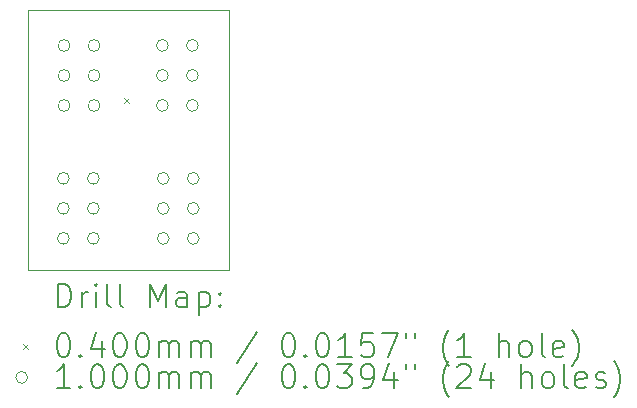
<source format=gbr>
%TF.GenerationSoftware,KiCad,Pcbnew,(6.0.7-1)-1*%
%TF.CreationDate,2022-10-12T15:16:09-04:00*%
%TF.ProjectId,Connection boardV1.0,436f6e6e-6563-4746-996f-6e20626f6172,rev?*%
%TF.SameCoordinates,Original*%
%TF.FileFunction,Drillmap*%
%TF.FilePolarity,Positive*%
%FSLAX45Y45*%
G04 Gerber Fmt 4.5, Leading zero omitted, Abs format (unit mm)*
G04 Created by KiCad (PCBNEW (6.0.7-1)-1) date 2022-10-12 15:16:09*
%MOMM*%
%LPD*%
G01*
G04 APERTURE LIST*
%ADD10C,0.100000*%
%ADD11C,0.200000*%
%ADD12C,0.040000*%
G04 APERTURE END LIST*
D10*
X10000000Y-12200000D02*
X10000000Y-10000000D01*
X11700000Y-10000000D02*
X10000000Y-10000000D01*
X11700000Y-12200000D02*
X10000000Y-12200000D01*
X11700000Y-10000000D02*
X11700000Y-12200000D01*
D11*
D12*
X10814640Y-10744520D02*
X10854640Y-10784520D01*
X10854640Y-10744520D02*
X10814640Y-10784520D01*
D10*
X10348200Y-11423880D02*
G75*
G03*
X10348200Y-11423880I-50000J0D01*
G01*
X10348200Y-11677880D02*
G75*
G03*
X10348200Y-11677880I-50000J0D01*
G01*
X10348200Y-11931880D02*
G75*
G03*
X10348200Y-11931880I-50000J0D01*
G01*
X10353780Y-10299700D02*
G75*
G03*
X10353780Y-10299700I-50000J0D01*
G01*
X10353780Y-10553700D02*
G75*
G03*
X10353780Y-10553700I-50000J0D01*
G01*
X10353780Y-10807700D02*
G75*
G03*
X10353780Y-10807700I-50000J0D01*
G01*
X10602200Y-11423880D02*
G75*
G03*
X10602200Y-11423880I-50000J0D01*
G01*
X10602200Y-11677880D02*
G75*
G03*
X10602200Y-11677880I-50000J0D01*
G01*
X10602200Y-11931880D02*
G75*
G03*
X10602200Y-11931880I-50000J0D01*
G01*
X10607780Y-10299700D02*
G75*
G03*
X10607780Y-10299700I-50000J0D01*
G01*
X10607780Y-10553700D02*
G75*
G03*
X10607780Y-10553700I-50000J0D01*
G01*
X10607780Y-10807700D02*
G75*
G03*
X10607780Y-10807700I-50000J0D01*
G01*
X11186400Y-10298660D02*
G75*
G03*
X11186400Y-10298660I-50000J0D01*
G01*
X11186400Y-10552660D02*
G75*
G03*
X11186400Y-10552660I-50000J0D01*
G01*
X11186400Y-10806660D02*
G75*
G03*
X11186400Y-10806660I-50000J0D01*
G01*
X11194020Y-11423880D02*
G75*
G03*
X11194020Y-11423880I-50000J0D01*
G01*
X11194020Y-11677880D02*
G75*
G03*
X11194020Y-11677880I-50000J0D01*
G01*
X11194020Y-11931880D02*
G75*
G03*
X11194020Y-11931880I-50000J0D01*
G01*
X11440400Y-10298660D02*
G75*
G03*
X11440400Y-10298660I-50000J0D01*
G01*
X11440400Y-10552660D02*
G75*
G03*
X11440400Y-10552660I-50000J0D01*
G01*
X11440400Y-10806660D02*
G75*
G03*
X11440400Y-10806660I-50000J0D01*
G01*
X11448020Y-11423880D02*
G75*
G03*
X11448020Y-11423880I-50000J0D01*
G01*
X11448020Y-11677880D02*
G75*
G03*
X11448020Y-11677880I-50000J0D01*
G01*
X11448020Y-11931880D02*
G75*
G03*
X11448020Y-11931880I-50000J0D01*
G01*
D11*
X10252619Y-12515476D02*
X10252619Y-12315476D01*
X10300238Y-12315476D01*
X10328810Y-12325000D01*
X10347857Y-12344048D01*
X10357381Y-12363095D01*
X10366905Y-12401190D01*
X10366905Y-12429762D01*
X10357381Y-12467857D01*
X10347857Y-12486905D01*
X10328810Y-12505952D01*
X10300238Y-12515476D01*
X10252619Y-12515476D01*
X10452619Y-12515476D02*
X10452619Y-12382143D01*
X10452619Y-12420238D02*
X10462143Y-12401190D01*
X10471667Y-12391667D01*
X10490714Y-12382143D01*
X10509762Y-12382143D01*
X10576429Y-12515476D02*
X10576429Y-12382143D01*
X10576429Y-12315476D02*
X10566905Y-12325000D01*
X10576429Y-12334524D01*
X10585952Y-12325000D01*
X10576429Y-12315476D01*
X10576429Y-12334524D01*
X10700238Y-12515476D02*
X10681190Y-12505952D01*
X10671667Y-12486905D01*
X10671667Y-12315476D01*
X10805000Y-12515476D02*
X10785952Y-12505952D01*
X10776429Y-12486905D01*
X10776429Y-12315476D01*
X11033571Y-12515476D02*
X11033571Y-12315476D01*
X11100238Y-12458333D01*
X11166905Y-12315476D01*
X11166905Y-12515476D01*
X11347857Y-12515476D02*
X11347857Y-12410714D01*
X11338333Y-12391667D01*
X11319286Y-12382143D01*
X11281190Y-12382143D01*
X11262143Y-12391667D01*
X11347857Y-12505952D02*
X11328809Y-12515476D01*
X11281190Y-12515476D01*
X11262143Y-12505952D01*
X11252619Y-12486905D01*
X11252619Y-12467857D01*
X11262143Y-12448809D01*
X11281190Y-12439286D01*
X11328809Y-12439286D01*
X11347857Y-12429762D01*
X11443095Y-12382143D02*
X11443095Y-12582143D01*
X11443095Y-12391667D02*
X11462143Y-12382143D01*
X11500238Y-12382143D01*
X11519286Y-12391667D01*
X11528809Y-12401190D01*
X11538333Y-12420238D01*
X11538333Y-12477381D01*
X11528809Y-12496428D01*
X11519286Y-12505952D01*
X11500238Y-12515476D01*
X11462143Y-12515476D01*
X11443095Y-12505952D01*
X11624048Y-12496428D02*
X11633571Y-12505952D01*
X11624048Y-12515476D01*
X11614524Y-12505952D01*
X11624048Y-12496428D01*
X11624048Y-12515476D01*
X11624048Y-12391667D02*
X11633571Y-12401190D01*
X11624048Y-12410714D01*
X11614524Y-12401190D01*
X11624048Y-12391667D01*
X11624048Y-12410714D01*
D12*
X9955000Y-12825000D02*
X9995000Y-12865000D01*
X9995000Y-12825000D02*
X9955000Y-12865000D01*
D11*
X10290714Y-12735476D02*
X10309762Y-12735476D01*
X10328810Y-12745000D01*
X10338333Y-12754524D01*
X10347857Y-12773571D01*
X10357381Y-12811667D01*
X10357381Y-12859286D01*
X10347857Y-12897381D01*
X10338333Y-12916428D01*
X10328810Y-12925952D01*
X10309762Y-12935476D01*
X10290714Y-12935476D01*
X10271667Y-12925952D01*
X10262143Y-12916428D01*
X10252619Y-12897381D01*
X10243095Y-12859286D01*
X10243095Y-12811667D01*
X10252619Y-12773571D01*
X10262143Y-12754524D01*
X10271667Y-12745000D01*
X10290714Y-12735476D01*
X10443095Y-12916428D02*
X10452619Y-12925952D01*
X10443095Y-12935476D01*
X10433571Y-12925952D01*
X10443095Y-12916428D01*
X10443095Y-12935476D01*
X10624048Y-12802143D02*
X10624048Y-12935476D01*
X10576429Y-12725952D02*
X10528810Y-12868809D01*
X10652619Y-12868809D01*
X10766905Y-12735476D02*
X10785952Y-12735476D01*
X10805000Y-12745000D01*
X10814524Y-12754524D01*
X10824048Y-12773571D01*
X10833571Y-12811667D01*
X10833571Y-12859286D01*
X10824048Y-12897381D01*
X10814524Y-12916428D01*
X10805000Y-12925952D01*
X10785952Y-12935476D01*
X10766905Y-12935476D01*
X10747857Y-12925952D01*
X10738333Y-12916428D01*
X10728810Y-12897381D01*
X10719286Y-12859286D01*
X10719286Y-12811667D01*
X10728810Y-12773571D01*
X10738333Y-12754524D01*
X10747857Y-12745000D01*
X10766905Y-12735476D01*
X10957381Y-12735476D02*
X10976429Y-12735476D01*
X10995476Y-12745000D01*
X11005000Y-12754524D01*
X11014524Y-12773571D01*
X11024048Y-12811667D01*
X11024048Y-12859286D01*
X11014524Y-12897381D01*
X11005000Y-12916428D01*
X10995476Y-12925952D01*
X10976429Y-12935476D01*
X10957381Y-12935476D01*
X10938333Y-12925952D01*
X10928810Y-12916428D01*
X10919286Y-12897381D01*
X10909762Y-12859286D01*
X10909762Y-12811667D01*
X10919286Y-12773571D01*
X10928810Y-12754524D01*
X10938333Y-12745000D01*
X10957381Y-12735476D01*
X11109762Y-12935476D02*
X11109762Y-12802143D01*
X11109762Y-12821190D02*
X11119286Y-12811667D01*
X11138333Y-12802143D01*
X11166905Y-12802143D01*
X11185952Y-12811667D01*
X11195476Y-12830714D01*
X11195476Y-12935476D01*
X11195476Y-12830714D02*
X11205000Y-12811667D01*
X11224048Y-12802143D01*
X11252619Y-12802143D01*
X11271667Y-12811667D01*
X11281190Y-12830714D01*
X11281190Y-12935476D01*
X11376428Y-12935476D02*
X11376428Y-12802143D01*
X11376428Y-12821190D02*
X11385952Y-12811667D01*
X11405000Y-12802143D01*
X11433571Y-12802143D01*
X11452619Y-12811667D01*
X11462143Y-12830714D01*
X11462143Y-12935476D01*
X11462143Y-12830714D02*
X11471667Y-12811667D01*
X11490714Y-12802143D01*
X11519286Y-12802143D01*
X11538333Y-12811667D01*
X11547857Y-12830714D01*
X11547857Y-12935476D01*
X11938333Y-12725952D02*
X11766905Y-12983095D01*
X12195476Y-12735476D02*
X12214524Y-12735476D01*
X12233571Y-12745000D01*
X12243095Y-12754524D01*
X12252619Y-12773571D01*
X12262143Y-12811667D01*
X12262143Y-12859286D01*
X12252619Y-12897381D01*
X12243095Y-12916428D01*
X12233571Y-12925952D01*
X12214524Y-12935476D01*
X12195476Y-12935476D01*
X12176428Y-12925952D01*
X12166905Y-12916428D01*
X12157381Y-12897381D01*
X12147857Y-12859286D01*
X12147857Y-12811667D01*
X12157381Y-12773571D01*
X12166905Y-12754524D01*
X12176428Y-12745000D01*
X12195476Y-12735476D01*
X12347857Y-12916428D02*
X12357381Y-12925952D01*
X12347857Y-12935476D01*
X12338333Y-12925952D01*
X12347857Y-12916428D01*
X12347857Y-12935476D01*
X12481190Y-12735476D02*
X12500238Y-12735476D01*
X12519286Y-12745000D01*
X12528809Y-12754524D01*
X12538333Y-12773571D01*
X12547857Y-12811667D01*
X12547857Y-12859286D01*
X12538333Y-12897381D01*
X12528809Y-12916428D01*
X12519286Y-12925952D01*
X12500238Y-12935476D01*
X12481190Y-12935476D01*
X12462143Y-12925952D01*
X12452619Y-12916428D01*
X12443095Y-12897381D01*
X12433571Y-12859286D01*
X12433571Y-12811667D01*
X12443095Y-12773571D01*
X12452619Y-12754524D01*
X12462143Y-12745000D01*
X12481190Y-12735476D01*
X12738333Y-12935476D02*
X12624048Y-12935476D01*
X12681190Y-12935476D02*
X12681190Y-12735476D01*
X12662143Y-12764048D01*
X12643095Y-12783095D01*
X12624048Y-12792619D01*
X12919286Y-12735476D02*
X12824048Y-12735476D01*
X12814524Y-12830714D01*
X12824048Y-12821190D01*
X12843095Y-12811667D01*
X12890714Y-12811667D01*
X12909762Y-12821190D01*
X12919286Y-12830714D01*
X12928809Y-12849762D01*
X12928809Y-12897381D01*
X12919286Y-12916428D01*
X12909762Y-12925952D01*
X12890714Y-12935476D01*
X12843095Y-12935476D01*
X12824048Y-12925952D01*
X12814524Y-12916428D01*
X12995476Y-12735476D02*
X13128809Y-12735476D01*
X13043095Y-12935476D01*
X13195476Y-12735476D02*
X13195476Y-12773571D01*
X13271667Y-12735476D02*
X13271667Y-12773571D01*
X13566905Y-13011667D02*
X13557381Y-13002143D01*
X13538333Y-12973571D01*
X13528809Y-12954524D01*
X13519286Y-12925952D01*
X13509762Y-12878333D01*
X13509762Y-12840238D01*
X13519286Y-12792619D01*
X13528809Y-12764048D01*
X13538333Y-12745000D01*
X13557381Y-12716428D01*
X13566905Y-12706905D01*
X13747857Y-12935476D02*
X13633571Y-12935476D01*
X13690714Y-12935476D02*
X13690714Y-12735476D01*
X13671667Y-12764048D01*
X13652619Y-12783095D01*
X13633571Y-12792619D01*
X13985952Y-12935476D02*
X13985952Y-12735476D01*
X14071667Y-12935476D02*
X14071667Y-12830714D01*
X14062143Y-12811667D01*
X14043095Y-12802143D01*
X14014524Y-12802143D01*
X13995476Y-12811667D01*
X13985952Y-12821190D01*
X14195476Y-12935476D02*
X14176428Y-12925952D01*
X14166905Y-12916428D01*
X14157381Y-12897381D01*
X14157381Y-12840238D01*
X14166905Y-12821190D01*
X14176428Y-12811667D01*
X14195476Y-12802143D01*
X14224048Y-12802143D01*
X14243095Y-12811667D01*
X14252619Y-12821190D01*
X14262143Y-12840238D01*
X14262143Y-12897381D01*
X14252619Y-12916428D01*
X14243095Y-12925952D01*
X14224048Y-12935476D01*
X14195476Y-12935476D01*
X14376428Y-12935476D02*
X14357381Y-12925952D01*
X14347857Y-12906905D01*
X14347857Y-12735476D01*
X14528809Y-12925952D02*
X14509762Y-12935476D01*
X14471667Y-12935476D01*
X14452619Y-12925952D01*
X14443095Y-12906905D01*
X14443095Y-12830714D01*
X14452619Y-12811667D01*
X14471667Y-12802143D01*
X14509762Y-12802143D01*
X14528809Y-12811667D01*
X14538333Y-12830714D01*
X14538333Y-12849762D01*
X14443095Y-12868809D01*
X14605000Y-13011667D02*
X14614524Y-13002143D01*
X14633571Y-12973571D01*
X14643095Y-12954524D01*
X14652619Y-12925952D01*
X14662143Y-12878333D01*
X14662143Y-12840238D01*
X14652619Y-12792619D01*
X14643095Y-12764048D01*
X14633571Y-12745000D01*
X14614524Y-12716428D01*
X14605000Y-12706905D01*
D10*
X9995000Y-13109000D02*
G75*
G03*
X9995000Y-13109000I-50000J0D01*
G01*
D11*
X10357381Y-13199476D02*
X10243095Y-13199476D01*
X10300238Y-13199476D02*
X10300238Y-12999476D01*
X10281190Y-13028048D01*
X10262143Y-13047095D01*
X10243095Y-13056619D01*
X10443095Y-13180428D02*
X10452619Y-13189952D01*
X10443095Y-13199476D01*
X10433571Y-13189952D01*
X10443095Y-13180428D01*
X10443095Y-13199476D01*
X10576429Y-12999476D02*
X10595476Y-12999476D01*
X10614524Y-13009000D01*
X10624048Y-13018524D01*
X10633571Y-13037571D01*
X10643095Y-13075667D01*
X10643095Y-13123286D01*
X10633571Y-13161381D01*
X10624048Y-13180428D01*
X10614524Y-13189952D01*
X10595476Y-13199476D01*
X10576429Y-13199476D01*
X10557381Y-13189952D01*
X10547857Y-13180428D01*
X10538333Y-13161381D01*
X10528810Y-13123286D01*
X10528810Y-13075667D01*
X10538333Y-13037571D01*
X10547857Y-13018524D01*
X10557381Y-13009000D01*
X10576429Y-12999476D01*
X10766905Y-12999476D02*
X10785952Y-12999476D01*
X10805000Y-13009000D01*
X10814524Y-13018524D01*
X10824048Y-13037571D01*
X10833571Y-13075667D01*
X10833571Y-13123286D01*
X10824048Y-13161381D01*
X10814524Y-13180428D01*
X10805000Y-13189952D01*
X10785952Y-13199476D01*
X10766905Y-13199476D01*
X10747857Y-13189952D01*
X10738333Y-13180428D01*
X10728810Y-13161381D01*
X10719286Y-13123286D01*
X10719286Y-13075667D01*
X10728810Y-13037571D01*
X10738333Y-13018524D01*
X10747857Y-13009000D01*
X10766905Y-12999476D01*
X10957381Y-12999476D02*
X10976429Y-12999476D01*
X10995476Y-13009000D01*
X11005000Y-13018524D01*
X11014524Y-13037571D01*
X11024048Y-13075667D01*
X11024048Y-13123286D01*
X11014524Y-13161381D01*
X11005000Y-13180428D01*
X10995476Y-13189952D01*
X10976429Y-13199476D01*
X10957381Y-13199476D01*
X10938333Y-13189952D01*
X10928810Y-13180428D01*
X10919286Y-13161381D01*
X10909762Y-13123286D01*
X10909762Y-13075667D01*
X10919286Y-13037571D01*
X10928810Y-13018524D01*
X10938333Y-13009000D01*
X10957381Y-12999476D01*
X11109762Y-13199476D02*
X11109762Y-13066143D01*
X11109762Y-13085190D02*
X11119286Y-13075667D01*
X11138333Y-13066143D01*
X11166905Y-13066143D01*
X11185952Y-13075667D01*
X11195476Y-13094714D01*
X11195476Y-13199476D01*
X11195476Y-13094714D02*
X11205000Y-13075667D01*
X11224048Y-13066143D01*
X11252619Y-13066143D01*
X11271667Y-13075667D01*
X11281190Y-13094714D01*
X11281190Y-13199476D01*
X11376428Y-13199476D02*
X11376428Y-13066143D01*
X11376428Y-13085190D02*
X11385952Y-13075667D01*
X11405000Y-13066143D01*
X11433571Y-13066143D01*
X11452619Y-13075667D01*
X11462143Y-13094714D01*
X11462143Y-13199476D01*
X11462143Y-13094714D02*
X11471667Y-13075667D01*
X11490714Y-13066143D01*
X11519286Y-13066143D01*
X11538333Y-13075667D01*
X11547857Y-13094714D01*
X11547857Y-13199476D01*
X11938333Y-12989952D02*
X11766905Y-13247095D01*
X12195476Y-12999476D02*
X12214524Y-12999476D01*
X12233571Y-13009000D01*
X12243095Y-13018524D01*
X12252619Y-13037571D01*
X12262143Y-13075667D01*
X12262143Y-13123286D01*
X12252619Y-13161381D01*
X12243095Y-13180428D01*
X12233571Y-13189952D01*
X12214524Y-13199476D01*
X12195476Y-13199476D01*
X12176428Y-13189952D01*
X12166905Y-13180428D01*
X12157381Y-13161381D01*
X12147857Y-13123286D01*
X12147857Y-13075667D01*
X12157381Y-13037571D01*
X12166905Y-13018524D01*
X12176428Y-13009000D01*
X12195476Y-12999476D01*
X12347857Y-13180428D02*
X12357381Y-13189952D01*
X12347857Y-13199476D01*
X12338333Y-13189952D01*
X12347857Y-13180428D01*
X12347857Y-13199476D01*
X12481190Y-12999476D02*
X12500238Y-12999476D01*
X12519286Y-13009000D01*
X12528809Y-13018524D01*
X12538333Y-13037571D01*
X12547857Y-13075667D01*
X12547857Y-13123286D01*
X12538333Y-13161381D01*
X12528809Y-13180428D01*
X12519286Y-13189952D01*
X12500238Y-13199476D01*
X12481190Y-13199476D01*
X12462143Y-13189952D01*
X12452619Y-13180428D01*
X12443095Y-13161381D01*
X12433571Y-13123286D01*
X12433571Y-13075667D01*
X12443095Y-13037571D01*
X12452619Y-13018524D01*
X12462143Y-13009000D01*
X12481190Y-12999476D01*
X12614524Y-12999476D02*
X12738333Y-12999476D01*
X12671667Y-13075667D01*
X12700238Y-13075667D01*
X12719286Y-13085190D01*
X12728809Y-13094714D01*
X12738333Y-13113762D01*
X12738333Y-13161381D01*
X12728809Y-13180428D01*
X12719286Y-13189952D01*
X12700238Y-13199476D01*
X12643095Y-13199476D01*
X12624048Y-13189952D01*
X12614524Y-13180428D01*
X12833571Y-13199476D02*
X12871667Y-13199476D01*
X12890714Y-13189952D01*
X12900238Y-13180428D01*
X12919286Y-13151857D01*
X12928809Y-13113762D01*
X12928809Y-13037571D01*
X12919286Y-13018524D01*
X12909762Y-13009000D01*
X12890714Y-12999476D01*
X12852619Y-12999476D01*
X12833571Y-13009000D01*
X12824048Y-13018524D01*
X12814524Y-13037571D01*
X12814524Y-13085190D01*
X12824048Y-13104238D01*
X12833571Y-13113762D01*
X12852619Y-13123286D01*
X12890714Y-13123286D01*
X12909762Y-13113762D01*
X12919286Y-13104238D01*
X12928809Y-13085190D01*
X13100238Y-13066143D02*
X13100238Y-13199476D01*
X13052619Y-12989952D02*
X13005000Y-13132809D01*
X13128809Y-13132809D01*
X13195476Y-12999476D02*
X13195476Y-13037571D01*
X13271667Y-12999476D02*
X13271667Y-13037571D01*
X13566905Y-13275667D02*
X13557381Y-13266143D01*
X13538333Y-13237571D01*
X13528809Y-13218524D01*
X13519286Y-13189952D01*
X13509762Y-13142333D01*
X13509762Y-13104238D01*
X13519286Y-13056619D01*
X13528809Y-13028048D01*
X13538333Y-13009000D01*
X13557381Y-12980428D01*
X13566905Y-12970905D01*
X13633571Y-13018524D02*
X13643095Y-13009000D01*
X13662143Y-12999476D01*
X13709762Y-12999476D01*
X13728809Y-13009000D01*
X13738333Y-13018524D01*
X13747857Y-13037571D01*
X13747857Y-13056619D01*
X13738333Y-13085190D01*
X13624048Y-13199476D01*
X13747857Y-13199476D01*
X13919286Y-13066143D02*
X13919286Y-13199476D01*
X13871667Y-12989952D02*
X13824048Y-13132809D01*
X13947857Y-13132809D01*
X14176428Y-13199476D02*
X14176428Y-12999476D01*
X14262143Y-13199476D02*
X14262143Y-13094714D01*
X14252619Y-13075667D01*
X14233571Y-13066143D01*
X14205000Y-13066143D01*
X14185952Y-13075667D01*
X14176428Y-13085190D01*
X14385952Y-13199476D02*
X14366905Y-13189952D01*
X14357381Y-13180428D01*
X14347857Y-13161381D01*
X14347857Y-13104238D01*
X14357381Y-13085190D01*
X14366905Y-13075667D01*
X14385952Y-13066143D01*
X14414524Y-13066143D01*
X14433571Y-13075667D01*
X14443095Y-13085190D01*
X14452619Y-13104238D01*
X14452619Y-13161381D01*
X14443095Y-13180428D01*
X14433571Y-13189952D01*
X14414524Y-13199476D01*
X14385952Y-13199476D01*
X14566905Y-13199476D02*
X14547857Y-13189952D01*
X14538333Y-13170905D01*
X14538333Y-12999476D01*
X14719286Y-13189952D02*
X14700238Y-13199476D01*
X14662143Y-13199476D01*
X14643095Y-13189952D01*
X14633571Y-13170905D01*
X14633571Y-13094714D01*
X14643095Y-13075667D01*
X14662143Y-13066143D01*
X14700238Y-13066143D01*
X14719286Y-13075667D01*
X14728809Y-13094714D01*
X14728809Y-13113762D01*
X14633571Y-13132809D01*
X14805000Y-13189952D02*
X14824048Y-13199476D01*
X14862143Y-13199476D01*
X14881190Y-13189952D01*
X14890714Y-13170905D01*
X14890714Y-13161381D01*
X14881190Y-13142333D01*
X14862143Y-13132809D01*
X14833571Y-13132809D01*
X14814524Y-13123286D01*
X14805000Y-13104238D01*
X14805000Y-13094714D01*
X14814524Y-13075667D01*
X14833571Y-13066143D01*
X14862143Y-13066143D01*
X14881190Y-13075667D01*
X14957381Y-13275667D02*
X14966905Y-13266143D01*
X14985952Y-13237571D01*
X14995476Y-13218524D01*
X15005000Y-13189952D01*
X15014524Y-13142333D01*
X15014524Y-13104238D01*
X15005000Y-13056619D01*
X14995476Y-13028048D01*
X14985952Y-13009000D01*
X14966905Y-12980428D01*
X14957381Y-12970905D01*
M02*

</source>
